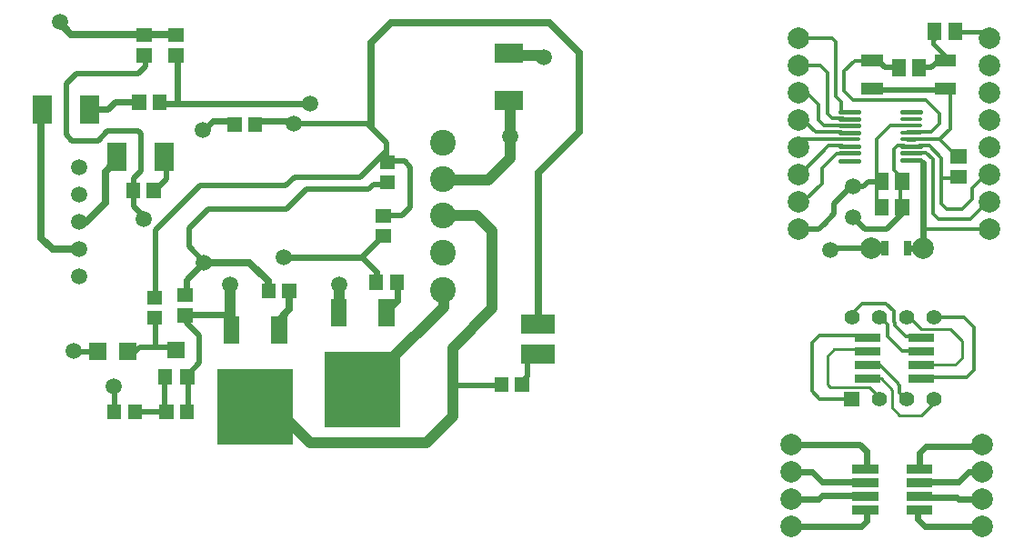
<source format=gbr>
%FSLAX32Y32*%
%MOMM*%
%LNKUPFERSEITE1*%
G71*
G01*
%ADD10C, 1.50*%
%ADD11C, 1.50*%
%ADD12C, 2.40*%
%ADD13C, 1.00*%
%ADD14C, 0.70*%
%ADD15C, 0.60*%
%ADD16C, 0.50*%
%ADD17C, 0.40*%
%ADD18C, 0.30*%
%ADD19C, 2.00*%
%ADD20C, 2.00*%
%ADD21C, 1.40*%
%ADD22C, 0.25*%
%LPD*%
G36*
X4243Y2116D02*
X4093Y2116D01*
X4093Y2366D01*
X4243Y2366D01*
X4243Y2116D01*
G37*
G36*
X3798Y2116D02*
X3648Y2116D01*
X3648Y2366D01*
X3798Y2366D01*
X3798Y2116D01*
G37*
G36*
X4295Y1177D02*
X3595Y1177D01*
X3595Y1877D01*
X4295Y1877D01*
X4295Y1177D01*
G37*
G36*
X3242Y1958D02*
X3092Y1958D01*
X3092Y2208D01*
X3242Y2208D01*
X3242Y1958D01*
G37*
G36*
X2798Y1958D02*
X2648Y1958D01*
X2648Y2208D01*
X2798Y2208D01*
X2798Y1958D01*
G37*
G36*
X3295Y1018D02*
X2595Y1018D01*
X2595Y1718D01*
X3295Y1718D01*
X3295Y1018D01*
G37*
G36*
X2038Y1721D02*
X2168Y1721D01*
X2168Y1571D01*
X2038Y1571D01*
X2038Y1721D01*
G37*
G36*
X2248Y1721D02*
X2378Y1721D01*
X2378Y1571D01*
X2248Y1571D01*
X2248Y1721D01*
G37*
G36*
X2128Y1971D02*
X2288Y1971D01*
X2288Y1821D01*
X2128Y1821D01*
X2128Y1971D01*
G37*
G36*
X1397Y1963D02*
X1557Y1963D01*
X1557Y1803D01*
X1397Y1803D01*
X1397Y1963D01*
G37*
G36*
X1677Y1963D02*
X1837Y1963D01*
X1837Y1803D01*
X1677Y1803D01*
X1677Y1963D01*
G37*
G36*
X5437Y4749D02*
X5437Y4569D01*
X5177Y4569D01*
X5177Y4749D01*
X5437Y4749D01*
G37*
G36*
X5437Y4309D02*
X5437Y4129D01*
X5177Y4129D01*
X5177Y4309D01*
X5437Y4309D01*
G37*
X1307Y3594D02*
G54D10*
D03*
X1307Y3340D02*
G54D10*
D03*
X1307Y3086D02*
G54D10*
D03*
X1307Y2832D02*
G54D10*
D03*
X1307Y2578D02*
G54D11*
D03*
X4690Y3486D02*
G54D12*
D03*
X4690Y3145D02*
G54D12*
D03*
X4690Y2804D02*
G54D12*
D03*
X4691Y3828D02*
G54D12*
D03*
X4691Y2454D02*
G54D12*
D03*
G54D13*
X4691Y3478D02*
X5112Y3478D01*
X5318Y3685D01*
X5318Y4169D01*
X5334Y4185D01*
X5318Y3883D02*
G54D10*
D03*
X5628Y4621D02*
G54D10*
D03*
G54D13*
X5405Y4637D02*
X5612Y4637D01*
G36*
X1889Y1250D02*
X1759Y1250D01*
X1759Y1390D01*
X1889Y1390D01*
X1889Y1250D01*
G37*
G36*
X1699Y1250D02*
X1569Y1250D01*
X1569Y1390D01*
X1699Y1390D01*
X1699Y1250D01*
G37*
X2715Y2502D02*
G54D10*
D03*
X3731Y2502D02*
G54D10*
D03*
G54D13*
X2715Y2494D02*
X2715Y2312D01*
G54D13*
X3731Y2502D02*
X3731Y2312D01*
X3723Y2304D01*
G54D13*
X3159Y1319D02*
X3167Y1319D01*
X3453Y1034D01*
X4540Y1034D01*
X4786Y1280D01*
G36*
X4007Y2596D02*
X4137Y2596D01*
X4137Y2456D01*
X4007Y2456D01*
X4007Y2596D01*
G37*
G36*
X4197Y2596D02*
X4327Y2596D01*
X4327Y2456D01*
X4197Y2456D01*
X4197Y2596D01*
G37*
G36*
X2364Y2471D02*
X2364Y2341D01*
X2224Y2341D01*
X2224Y2471D01*
X2364Y2471D01*
G37*
G36*
X2364Y2281D02*
X2364Y2151D01*
X2224Y2151D01*
X2224Y2281D01*
X2364Y2281D01*
G37*
G36*
X3327Y2376D02*
X3197Y2376D01*
X3197Y2516D01*
X3327Y2516D01*
X3327Y2376D01*
G37*
G36*
X3137Y2376D02*
X3007Y2376D01*
X3007Y2516D01*
X3137Y2516D01*
X3137Y2376D01*
G37*
G36*
X4246Y3710D02*
X4246Y3580D01*
X4106Y3580D01*
X4106Y3710D01*
X4246Y3710D01*
G37*
G36*
X4246Y3520D02*
X4246Y3390D01*
X4106Y3390D01*
X4106Y3520D01*
X4246Y3520D01*
G37*
G36*
X2054Y1389D02*
X2184Y1389D01*
X2184Y1249D01*
X2054Y1249D01*
X2054Y1389D01*
G37*
G36*
X2244Y1389D02*
X2374Y1389D01*
X2374Y1249D01*
X2244Y1249D01*
X2244Y1389D01*
G37*
G36*
X2689Y4064D02*
X2819Y4064D01*
X2819Y3924D01*
X2689Y3924D01*
X2689Y4064D01*
G37*
G36*
X2879Y4064D02*
X3009Y4064D01*
X3009Y3924D01*
X2879Y3924D01*
X2879Y4064D01*
G37*
G36*
X2078Y2448D02*
X2078Y2318D01*
X1938Y2318D01*
X1938Y2448D01*
X2078Y2448D01*
G37*
G36*
X2078Y2258D02*
X2078Y2128D01*
X1938Y2128D01*
X1938Y2258D01*
X2078Y2258D01*
G37*
G54D13*
X2715Y2367D02*
X2715Y2161D01*
X2723Y2153D01*
G54D14*
X3167Y2105D02*
X3167Y2177D01*
X3262Y2272D01*
X3262Y2415D01*
G54D13*
X4786Y1280D02*
X4786Y1915D01*
X5151Y2280D01*
X5151Y3002D01*
X5009Y3145D01*
X4691Y3145D01*
X4683Y3137D01*
G54D13*
X4699Y2446D02*
X4699Y2296D01*
X4175Y1772D01*
G54D14*
X3064Y2454D02*
X3064Y2534D01*
X2889Y2708D01*
X2429Y2708D01*
X2469Y2708D02*
G54D10*
D03*
G54D15*
X2294Y2224D02*
X2715Y2224D01*
G54D15*
X2302Y2407D02*
X2302Y2550D01*
X2461Y2708D01*
G54D15*
X4183Y2256D02*
X4183Y2264D01*
X4270Y2351D01*
X4270Y2470D01*
X4286Y2486D01*
G54D15*
X4072Y2526D02*
X4072Y2621D01*
X3937Y2756D01*
X3215Y2756D01*
X3207Y2756D02*
G54D10*
D03*
G36*
X4206Y3210D02*
X4206Y3080D01*
X4066Y3080D01*
X4066Y3210D01*
X4206Y3210D01*
G37*
G36*
X4206Y3020D02*
X4206Y2890D01*
X4066Y2890D01*
X4066Y3020D01*
X4206Y3020D01*
G37*
X3302Y4002D02*
G54D10*
D03*
G54D16*
X3302Y4002D02*
X3993Y4002D01*
X4167Y3828D01*
X4167Y3669D01*
G54D16*
X4183Y3653D02*
X4334Y3653D01*
X4389Y3597D01*
X4389Y3224D01*
X4310Y3145D01*
X4175Y3145D01*
X4167Y3137D01*
G54D16*
X4175Y3439D02*
X4048Y3439D01*
X4000Y3391D01*
X3421Y3391D01*
X3238Y3208D01*
X2508Y3208D01*
X2326Y3026D01*
X2326Y2859D01*
X2461Y2724D01*
G54D16*
X4135Y2954D02*
X3937Y2756D01*
G54D16*
X2302Y2232D02*
X2302Y2145D01*
X2421Y2026D01*
X2421Y1772D01*
X2326Y1677D01*
G54D16*
X2103Y1645D02*
X2103Y1335D01*
G54D16*
X2318Y1645D02*
X2318Y1343D01*
G54D16*
X2199Y1923D02*
X1873Y1923D01*
X1826Y1875D01*
G54D16*
X2016Y2185D02*
X2016Y1938D01*
G54D16*
X2016Y2375D02*
X2016Y3010D01*
X2429Y3423D01*
X3231Y3423D01*
X3310Y3502D01*
X3921Y3502D01*
X4159Y3740D01*
X1254Y1883D02*
G54D10*
D03*
G54D16*
X1468Y1875D02*
X1278Y1875D01*
X1270Y1883D01*
X1627Y1558D02*
G54D10*
D03*
G54D16*
X1826Y1319D02*
X2096Y1319D01*
X2103Y1311D01*
G54D16*
X1635Y1319D02*
X1635Y1526D01*
X1627Y1534D01*
G36*
X1983Y4892D02*
X1983Y4762D01*
X1843Y4762D01*
X1843Y4892D01*
X1983Y4892D01*
G37*
G36*
X1983Y4702D02*
X1983Y4572D01*
X1843Y4572D01*
X1843Y4702D01*
X1983Y4702D01*
G37*
G36*
X2277Y4892D02*
X2277Y4762D01*
X2137Y4762D01*
X2137Y4892D01*
X2277Y4892D01*
G37*
G36*
X2277Y4702D02*
X2277Y4572D01*
X2137Y4572D01*
X2137Y4702D01*
X2277Y4702D01*
G37*
G54D14*
X1326Y4836D02*
X2215Y4836D01*
X1127Y4955D02*
G54D10*
D03*
G36*
X871Y4267D02*
X1051Y4267D01*
X1051Y4007D01*
X871Y4007D01*
X871Y4267D01*
G37*
G36*
X1311Y4267D02*
X1491Y4267D01*
X1491Y4007D01*
X1311Y4007D01*
X1311Y4267D01*
G37*
G36*
X1569Y3823D02*
X1749Y3823D01*
X1749Y3563D01*
X1569Y3563D01*
X1569Y3823D01*
G37*
G36*
X2009Y3823D02*
X2189Y3823D01*
X2189Y3563D01*
X2009Y3563D01*
X2009Y3823D01*
G37*
X2453Y3947D02*
G54D10*
D03*
G54D15*
X2453Y3947D02*
X2469Y3947D01*
X2548Y4026D01*
X2723Y4026D01*
G54D15*
X2937Y4026D02*
X3254Y4026D01*
X3278Y4002D01*
X3453Y4193D02*
G54D10*
D03*
G36*
X2120Y4130D02*
X1990Y4130D01*
X1990Y4270D01*
X2120Y4270D01*
X2120Y4130D01*
G37*
G36*
X1930Y4130D02*
X1800Y4130D01*
X1800Y4270D01*
X1930Y4270D01*
X1930Y4130D01*
G37*
G54D15*
X3453Y4185D02*
X2056Y4185D01*
G54D15*
X2222Y4637D02*
X2222Y4193D01*
G54D15*
X1865Y4209D02*
X1643Y4209D01*
X1572Y4137D01*
X1413Y4137D01*
X1397Y4121D01*
G54D14*
X952Y4153D02*
X952Y3177D01*
G36*
X2065Y3312D02*
X1935Y3312D01*
X1935Y3452D01*
X2065Y3452D01*
X2065Y3312D01*
G37*
G36*
X1875Y3312D02*
X1745Y3312D01*
X1745Y3452D01*
X1875Y3452D01*
X1875Y3312D01*
G37*
G54D14*
X952Y3193D02*
X952Y2939D01*
X1056Y2835D01*
X1294Y2835D01*
G54D14*
X1310Y3089D02*
X1373Y3089D01*
X1548Y3264D01*
X1548Y3558D01*
X1635Y3645D01*
G54D16*
X2119Y3701D02*
X2119Y3486D01*
X2040Y3407D01*
G54D16*
X1810Y3383D02*
X1810Y3494D01*
X1881Y3566D01*
X1881Y3907D01*
X1857Y3931D01*
X1572Y3931D01*
X1484Y3844D01*
X1238Y3844D01*
X1183Y3899D01*
X1183Y4375D01*
X1278Y4471D01*
X1857Y4471D01*
X1921Y4534D01*
X1921Y4598D01*
X1937Y4613D01*
X1905Y3113D02*
G54D10*
D03*
G54D16*
X1913Y3113D02*
X1913Y3129D01*
X1810Y3232D01*
X1810Y3391D01*
G36*
X5174Y1643D02*
X5304Y1643D01*
X5304Y1503D01*
X5174Y1503D01*
X5174Y1643D01*
G37*
G36*
X5364Y1643D02*
X5494Y1643D01*
X5494Y1503D01*
X5364Y1503D01*
X5364Y1643D01*
G37*
G54D16*
X5477Y1875D02*
X5477Y1645D01*
X5413Y1581D01*
G36*
X5737Y2224D02*
X5737Y2044D01*
X5417Y2044D01*
X5417Y2224D01*
X5737Y2224D01*
G37*
G36*
X5737Y1944D02*
X5737Y1764D01*
X5417Y1764D01*
X5417Y1944D01*
X5737Y1944D01*
G37*
G54D16*
X5239Y1565D02*
X4794Y1565D01*
X4786Y1558D01*
G54D14*
X5580Y2121D02*
X5580Y3542D01*
X5961Y3923D01*
X5961Y4661D01*
X5683Y4939D01*
X4207Y4939D01*
X4024Y4756D01*
X4024Y3986D01*
G54D14*
X1326Y4836D02*
X1230Y4836D01*
X1127Y4939D01*
G54D17*
X9025Y3859D02*
X9017Y3859D01*
X9080Y3859D01*
G54D17*
X8970Y3795D02*
X9137Y3795D01*
G54D17*
X8970Y3731D02*
X9137Y3731D01*
G54D17*
X8970Y3667D02*
X9137Y3667D01*
G54D18*
X8970Y3985D02*
X9137Y3985D01*
G54D17*
X8970Y4113D02*
X9137Y4113D01*
G54D18*
X8391Y3859D02*
X8558Y3859D01*
G54D17*
X8391Y3795D02*
X8558Y3795D01*
G54D17*
X8391Y3731D02*
X8558Y3731D01*
G54D17*
X8391Y3659D02*
X8558Y3659D01*
G54D17*
X8391Y3921D02*
X8558Y3921D01*
G54D17*
X8391Y3985D02*
X8558Y3985D01*
G54D17*
X8391Y4049D02*
X8558Y4049D01*
G54D17*
X8391Y4113D02*
X8558Y4113D01*
G36*
X8746Y824D02*
X8746Y744D01*
X8506Y744D01*
X8506Y824D01*
X8746Y824D01*
G37*
G36*
X8746Y697D02*
X8746Y617D01*
X8506Y617D01*
X8506Y697D01*
X8746Y697D01*
G37*
G36*
X8746Y570D02*
X8746Y490D01*
X8506Y490D01*
X8506Y570D01*
X8746Y570D01*
G37*
G36*
X8746Y443D02*
X8746Y363D01*
X8506Y363D01*
X8506Y443D01*
X8746Y443D01*
G37*
G36*
X9246Y443D02*
X9246Y363D01*
X9006Y363D01*
X9006Y443D01*
X9246Y443D01*
G37*
G36*
X9246Y570D02*
X9246Y490D01*
X9006Y490D01*
X9006Y570D01*
X9246Y570D01*
G37*
G36*
X9246Y697D02*
X9246Y617D01*
X9006Y617D01*
X9006Y697D01*
X9246Y697D01*
G37*
G36*
X9246Y824D02*
X9246Y744D01*
X9006Y744D01*
X9006Y824D01*
X9246Y824D01*
G37*
X8001Y4796D02*
G54D19*
D03*
X8001Y4542D02*
G54D19*
D03*
X8001Y4288D02*
G54D19*
D03*
X8001Y4034D02*
G54D19*
D03*
X8001Y3780D02*
G54D19*
D03*
X8001Y3526D02*
G54D19*
D03*
X8001Y3272D02*
G54D19*
D03*
X8001Y3018D02*
G54D19*
D03*
X9779Y4796D02*
G54D19*
D03*
X9779Y4542D02*
G54D19*
D03*
X9779Y4288D02*
G54D19*
D03*
X9779Y4034D02*
G54D19*
D03*
X9779Y3780D02*
G54D19*
D03*
X9779Y3526D02*
G54D19*
D03*
X9779Y3272D02*
G54D19*
D03*
X9779Y3018D02*
G54D19*
D03*
X7938Y1016D02*
G54D19*
D03*
X7938Y762D02*
G54D19*
D03*
X7938Y508D02*
G54D19*
D03*
X7938Y254D02*
G54D19*
D03*
X9716Y1016D02*
G54D19*
D03*
X9716Y762D02*
G54D19*
D03*
X9716Y508D02*
G54D19*
D03*
X9716Y254D02*
G54D19*
D03*
G54D15*
X7938Y1016D02*
X8572Y1016D01*
X8636Y952D01*
X8636Y825D01*
G54D15*
X7938Y762D02*
X8128Y762D01*
X8223Y666D01*
X8541Y666D01*
G54D15*
X7938Y508D02*
X8192Y508D01*
X8223Y539D01*
X8525Y539D01*
G54D15*
X7938Y254D02*
X8588Y254D01*
X8636Y301D01*
X8636Y396D01*
G54D15*
X9716Y1000D02*
X9192Y1000D01*
X9128Y936D01*
X9128Y793D01*
G54D15*
X9716Y254D02*
X9176Y254D01*
X9112Y317D01*
X9112Y396D01*
G54D15*
X9716Y508D02*
X9493Y508D01*
X9477Y524D01*
X9255Y524D01*
G54D15*
X9716Y762D02*
X9588Y762D01*
X9493Y666D01*
X9239Y666D01*
X9160Y2843D02*
G54D20*
D03*
X8676Y2843D02*
G54D20*
D03*
G36*
X8789Y4387D02*
X8789Y4277D01*
X8589Y4277D01*
X8589Y4387D01*
X8789Y4387D01*
G37*
G36*
X8789Y4649D02*
X8789Y4539D01*
X8589Y4539D01*
X8589Y4649D01*
X8789Y4649D01*
G37*
G36*
X9470Y4387D02*
X9470Y4277D01*
X9270Y4277D01*
X9270Y4387D01*
X9470Y4387D01*
G37*
G36*
X9470Y4649D02*
X9470Y4539D01*
X9270Y4539D01*
X9270Y4649D01*
X9470Y4649D01*
G37*
G54D15*
X9160Y2843D02*
X9160Y3637D01*
G36*
X8985Y2914D02*
X9055Y2914D01*
X9055Y2774D01*
X8985Y2774D01*
X8985Y2914D01*
G37*
G36*
X8775Y2914D02*
X8845Y2914D01*
X8845Y2774D01*
X8775Y2774D01*
X8775Y2914D01*
G37*
G54D15*
X8811Y2843D02*
X8715Y2843D01*
G54D15*
X9160Y2843D02*
X9049Y2843D01*
G36*
X9573Y3764D02*
X9573Y3634D01*
X9413Y3634D01*
X9413Y3764D01*
X9573Y3764D01*
G37*
G36*
X9573Y3574D02*
X9573Y3444D01*
X9413Y3444D01*
X9413Y3574D01*
X9573Y3574D01*
G37*
G54D18*
X9144Y3732D02*
X9192Y3732D01*
X9255Y3669D01*
X9255Y3161D01*
X9303Y3113D01*
X9604Y3113D01*
X9763Y3272D01*
G54D18*
X9128Y3796D02*
X9223Y3796D01*
X9334Y3685D01*
X9334Y3256D01*
X9382Y3208D01*
X9525Y3208D01*
X9620Y3304D01*
X9620Y3399D01*
X9747Y3526D01*
G54D18*
X9334Y3494D02*
X9446Y3494D01*
X9462Y3510D01*
G54D18*
X9128Y3859D02*
X9319Y3859D01*
X9462Y3716D01*
G54D18*
X9160Y3018D02*
X9763Y3018D01*
X9795Y2986D01*
G54D18*
X8985Y3986D02*
X8858Y3986D01*
X8731Y3859D01*
X8731Y3399D01*
G36*
X8872Y4606D02*
X9002Y4606D01*
X9002Y4446D01*
X8872Y4446D01*
X8872Y4606D01*
G37*
G36*
X9062Y4606D02*
X9192Y4606D01*
X9192Y4446D01*
X9062Y4446D01*
X9062Y4606D01*
G37*
G54D17*
X8922Y4526D02*
X8811Y4526D01*
X8747Y4590D01*
G54D16*
X8922Y4526D02*
X8811Y4526D01*
X8763Y4574D01*
G54D16*
X9128Y4526D02*
X9239Y4526D01*
X9303Y4590D01*
G54D16*
X8731Y4320D02*
X9319Y4320D01*
G54D18*
X9319Y3859D02*
X9414Y3955D01*
X9414Y4336D01*
G36*
X9526Y4780D02*
X9396Y4780D01*
X9396Y4940D01*
X9526Y4940D01*
X9526Y4780D01*
G37*
G36*
X9336Y4780D02*
X9206Y4780D01*
X9206Y4940D01*
X9336Y4940D01*
X9336Y4780D01*
G37*
G54D17*
X9366Y4590D02*
X9366Y4637D01*
X9255Y4748D01*
X9255Y4780D01*
X9271Y4796D01*
G54D17*
X9477Y4860D02*
X9700Y4860D01*
X9763Y4796D01*
G54D18*
X9128Y3923D02*
X9239Y3923D01*
X9319Y4002D01*
X9319Y4098D01*
X9192Y4224D01*
X8509Y4224D01*
X8430Y4304D01*
X8430Y4494D01*
X8525Y4590D01*
X8620Y4590D01*
X8636Y4606D01*
G36*
X8714Y3542D02*
X8844Y3542D01*
X8844Y3382D01*
X8714Y3382D01*
X8714Y3542D01*
G37*
G36*
X8904Y3542D02*
X9034Y3542D01*
X9034Y3382D01*
X8904Y3382D01*
X8904Y3542D01*
G37*
G36*
X8714Y3304D02*
X8844Y3304D01*
X8844Y3144D01*
X8714Y3144D01*
X8714Y3304D01*
G37*
G36*
X8904Y3304D02*
X9034Y3304D01*
X9034Y3144D01*
X8904Y3144D01*
X8904Y3304D01*
G37*
G54D18*
X8731Y3399D02*
X8731Y3272D01*
G54D18*
X8985Y3796D02*
X8922Y3796D01*
X8890Y3764D01*
X8890Y3574D01*
X8954Y3510D01*
X8954Y3208D01*
X8509Y3129D02*
G54D10*
D03*
X8509Y3415D02*
G54D10*
D03*
G54D16*
X8684Y2843D02*
X8350Y2843D01*
X8303Y2796D01*
X8303Y2828D02*
G54D10*
D03*
G54D16*
X8969Y3224D02*
X8969Y3161D01*
X8826Y3018D01*
X8620Y3018D01*
X8525Y3113D01*
G54D16*
X8509Y3415D02*
X8604Y3415D01*
X8652Y3462D01*
X8731Y3462D01*
X8747Y3447D01*
G54D16*
X8509Y3415D02*
X8493Y3415D01*
X8334Y3256D01*
X8334Y3161D01*
X8239Y3066D01*
X8192Y3018D01*
X8049Y3018D01*
G54D18*
X8398Y4113D02*
X8398Y4209D01*
X8350Y4256D01*
X8350Y4764D01*
X8318Y4796D01*
X8033Y4796D01*
G54D18*
X8414Y4050D02*
X8318Y4050D01*
X8287Y4082D01*
X8271Y4098D01*
X8271Y4478D01*
X8207Y4542D01*
X8064Y4542D01*
X8049Y4558D01*
G54D18*
X8414Y3986D02*
X8239Y3986D01*
X8207Y4018D01*
X8192Y4034D01*
X8192Y4177D01*
X8080Y4288D01*
G54D18*
X8398Y3923D02*
X8160Y3923D01*
X8064Y4018D01*
G54D18*
X8406Y3724D02*
X8358Y3724D01*
X8318Y3685D01*
X8223Y3590D01*
X8223Y3447D01*
X8064Y3288D01*
G36*
X8767Y2049D02*
X8767Y1969D01*
X8527Y1969D01*
X8527Y2049D01*
X8767Y2049D01*
G37*
G36*
X8767Y1922D02*
X8767Y1842D01*
X8527Y1842D01*
X8527Y1922D01*
X8767Y1922D01*
G37*
G36*
X8767Y1795D02*
X8767Y1715D01*
X8527Y1715D01*
X8527Y1795D01*
X8767Y1795D01*
G37*
G36*
X8767Y1668D02*
X8767Y1588D01*
X8527Y1588D01*
X8527Y1668D01*
X8767Y1668D01*
G37*
G36*
X9267Y1668D02*
X9267Y1588D01*
X9027Y1588D01*
X9027Y1668D01*
X9267Y1668D01*
G37*
G36*
X9267Y1795D02*
X9267Y1715D01*
X9027Y1715D01*
X9027Y1795D01*
X9267Y1795D01*
G37*
G36*
X9267Y1922D02*
X9267Y1842D01*
X9027Y1842D01*
X9027Y1922D01*
X9267Y1922D01*
G37*
G36*
X9267Y2049D02*
X9267Y1969D01*
X9027Y1969D01*
X9027Y2049D01*
X9267Y2049D01*
G37*
G36*
X8430Y1507D02*
X8570Y1507D01*
X8570Y1367D01*
X8430Y1367D01*
X8430Y1507D01*
G37*
X8754Y1437D02*
G54D21*
D03*
X9008Y1437D02*
G54D21*
D03*
X9262Y1437D02*
G54D21*
D03*
X9262Y2199D02*
G54D21*
D03*
X9008Y2199D02*
G54D21*
D03*
X8754Y2199D02*
G54D21*
D03*
X8500Y2199D02*
G54D21*
D03*
G54D18*
X8604Y2034D02*
X8199Y2034D01*
X8128Y1962D01*
X8128Y1510D01*
X8199Y1438D01*
X8477Y1438D01*
X8485Y1446D01*
G54D22*
X8596Y1899D02*
X8334Y1899D01*
X8271Y1835D01*
X8271Y1573D01*
X8287Y1558D01*
X8295Y1550D01*
X8660Y1550D01*
X8755Y1454D01*
G54D22*
X8739Y1629D02*
X8771Y1629D01*
X8874Y1526D01*
X8874Y1359D01*
X8946Y1288D01*
X9144Y1288D01*
X9271Y1415D01*
G54D18*
X8700Y1756D02*
X8755Y1756D01*
X8890Y1621D01*
X8914Y1597D01*
X8922Y1589D01*
X8938Y1573D01*
X8946Y1565D01*
X8946Y1494D01*
X8977Y1462D01*
G54D18*
X9176Y1637D02*
X9565Y1637D01*
X9636Y1708D01*
X9636Y2105D01*
X9541Y2200D01*
X9303Y2200D01*
G54D18*
X9184Y1883D02*
X8969Y1883D01*
X8834Y2018D01*
X8834Y2129D01*
X8787Y2177D01*
G54D18*
X9104Y2018D02*
X9001Y2018D01*
X8898Y2121D01*
X8898Y2145D01*
X8890Y2153D01*
X8890Y2256D01*
X8819Y2327D01*
X8596Y2327D01*
X8501Y2232D01*
G54D22*
X9231Y1756D02*
X9462Y1756D01*
X9525Y1819D01*
X9525Y1978D01*
X9414Y2089D01*
X9144Y2089D01*
X9017Y2216D01*
G54D17*
X9025Y3923D02*
X9017Y3923D01*
X9080Y3923D01*
G54D18*
X9128Y3923D02*
X9080Y3923D01*
G54D18*
X9144Y3859D02*
X9073Y3859D01*
G54D18*
X8398Y3859D02*
X8057Y3859D01*
X8049Y3851D01*
G54D18*
X8406Y3796D02*
X8279Y3796D01*
X8041Y3558D01*
G54D18*
X8970Y4049D02*
X9137Y4049D01*
G54D18*
X8970Y3922D02*
X9137Y3922D01*
G54D18*
X8970Y3858D02*
X9137Y3858D01*
M02*

</source>
